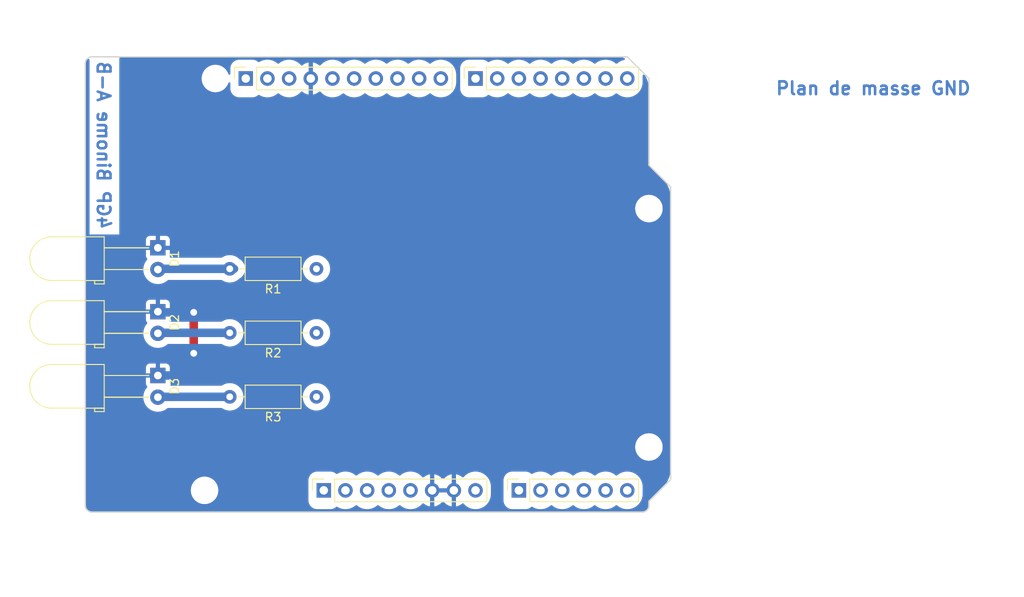
<source format=kicad_pcb>
(kicad_pcb (version 20241229) (generator "pcbnew") (generator_version "9.0")
  (title_block (title "KiCad Shield UNO 4 LED") (date "2024-09-01") (rev "1.0.0") (company "CNRS - Réseau des Electroniciens et Instrumentalistes (RdE)") (comment 1 "Arnauld BIGANZOLI <biganzoli@laplace.univ-tlse.fr>") (comment 2 "Opérateur CAO :") (comment 4 "Réalisation d'une shield 4 LED pour Arduino Uno"))
  (layers (0 "F.Cu" signal) (2 "B.Cu" signal) (13 "F.Paste" user) (15 "B.Paste" user) (5 "F.SilkS" user "F.Silkscreen") (7 "B.SilkS" user "B.Silkscreen") (1 "F.Mask" user) (3 "B.Mask" user) (25 "Edge.Cuts" user))
  (net 0 "")
  (net 1 "GND")
  (net 3 "+5V")
  (net 6 "Net-(D1-A)")
  (net 11 "Net-(D2-A)")
  (net 13 "Net-(D3-A)")
  (net 14 "/D11")
  (net 26 "+3V3")
  (net 27 "VCC")
  (net 31 "/D10")
  (net 32 "/D8")
  (net 33 "/D9")
  (footprint "Connector_PinSocket_2.54mm:PinSocket_1x08_P2.54mm_Vertical" (layer "F.Cu") (at 127.94 97.46 90)
    (property "Reference" "J1" (hide yes))
    (property "Value" "Power")
    (fp_line (start 1.33 -1.33) (end 1.33 0) (stroke (width 0.12)) (layer "F.SilkS"))
    (fp_line (start 0 -1.33) (end 1.33 -1.33) (stroke (width 0.12)) (layer "F.SilkS"))
    (fp_line (start 1.33 1.27) (end 1.33 19.11) (stroke (width 0.12)) (layer "F.SilkS"))
    (fp_line (start -1.33 1.27) (end 1.33 1.27) (stroke (width 0.12)) (layer "F.SilkS"))
    (fp_line (start -1.33 1.27) (end -1.33 19.11) (stroke (width 0.12)) (layer "F.SilkS"))
    (fp_line (start -1.33 19.11) (end 1.33 19.11) (stroke (width 0.12)) (layer "F.SilkS"))
    (pad "1" thru_hole rect (at 0 0 90) (size 1.7 1.7) (drill 1) (layers "*.Cu" "*.Mask"))
    (pad "2" thru_hole oval (at 0 2.54 90) (size 1.7 1.7) (drill 1) (layers "*.Cu" "*.Mask"))
    (pad "3" thru_hole oval (at 0 5.08 90) (size 1.7 1.7) (drill 1) (layers "*.Cu" "*.Mask"))
    (pad "4" thru_hole oval (at 0 7.62 90) (size 1.7 1.7) (drill 1) (layers "*.Cu" "*.Mask") (net 26 "+3V3"))
    (pad "5" thru_hole oval (at 0 10.16 90) (size 1.7 1.7) (drill 1) (layers "*.Cu" "*.Mask") (net 3 "+5V"))
    (pad "6" thru_hole oval (at 0 12.7 90) (size 1.7 1.7) (drill 1) (layers "*.Cu" "*.Mask") (net 1 "GND"))
    (pad "7" thru_hole oval (at 0 15.24 90) (size 1.7 1.7) (drill 1) (layers "*.Cu" "*.Mask") (net 1 "GND"))
    (pad "8" thru_hole oval (at 0 17.78 90) (size 1.7 1.7) (drill 1) (layers "*.Cu" "*.Mask") (net 27 "VCC"))
  )
  (footprint "Connector_PinSocket_2.54mm:PinSocket_1x06_P2.54mm_Vertical" (layer "F.Cu") (at 150.8 97.46 90)
    (property "Reference" "J3" (hide yes))
    (property "Value" "Analog")
    (fp_line (start 1.33 -1.33) (end 1.33 0) (stroke (width 0.12)) (layer "F.SilkS"))
    (fp_line (start 0 -1.33) (end 1.33 -1.33) (stroke (width 0.12)) (layer "F.SilkS"))
    (fp_line (start 1.33 1.27) (end 1.33 14.03) (stroke (width 0.12)) (layer "F.SilkS"))
    (fp_line (start -1.33 1.27) (end 1.33 1.27) (stroke (width 0.12)) (layer "F.SilkS"))
    (fp_line (start -1.33 1.27) (end -1.33 14.03) (stroke (width 0.12)) (layer "F.SilkS"))
    (fp_line (start -1.33 14.03) (end 1.33 14.03) (stroke (width 0.12)) (layer "F.SilkS"))
    (pad "1" thru_hole rect (at 0 0 90) (size 1.7 1.7) (drill 1) (layers "*.Cu" "*.Mask"))
    (pad "2" thru_hole oval (at 0 2.54 90) (size 1.7 1.7) (drill 1) (layers "*.Cu" "*.Mask"))
    (pad "3" thru_hole oval (at 0 5.08 90) (size 1.7 1.7) (drill 1) (layers "*.Cu" "*.Mask"))
    (pad "4" thru_hole oval (at 0 7.62 90) (size 1.7 1.7) (drill 1) (layers "*.Cu" "*.Mask"))
    (pad "5" thru_hole oval (at 0 10.16 90) (size 1.7 1.7) (drill 1) (layers "*.Cu" "*.Mask"))
    (pad "6" thru_hole oval (at 0 12.7 90) (size 1.7 1.7) (drill 1) (layers "*.Cu" "*.Mask"))
  )
  (footprint "Connector_PinSocket_2.54mm:PinSocket_1x10_P2.54mm_Vertical" (layer "F.Cu") (at 118.796 49.2 90)
    (property "Reference" "J2" (hide yes))
    (property "Value" "Digital/PWM")
    (fp_line (start 1.33 -1.33) (end 1.33 0) (stroke (width 0.12)) (layer "F.SilkS"))
    (fp_line (start 0 -1.33) (end 1.33 -1.33) (stroke (width 0.12)) (layer "F.SilkS"))
    (fp_line (start 1.33 1.27) (end 1.33 24.19) (stroke (width 0.12)) (layer "F.SilkS"))
    (fp_line (start -1.33 1.27) (end 1.33 1.27) (stroke (width 0.12)) (layer "F.SilkS"))
    (fp_line (start -1.33 1.27) (end -1.33 24.19) (stroke (width 0.12)) (layer "F.SilkS"))
    (fp_line (start -1.33 24.19) (end 1.33 24.19) (stroke (width 0.12)) (layer "F.SilkS"))
    (pad "1" thru_hole rect (at 0 0 90) (size 1.7 1.7) (drill 1) (layers "*.Cu" "*.Mask"))
    (pad "2" thru_hole oval (at 0 2.54 90) (size 1.7 1.7) (drill 1) (layers "*.Cu" "*.Mask"))
    (pad "3" thru_hole oval (at 0 5.08 90) (size 1.7 1.7) (drill 1) (layers "*.Cu" "*.Mask"))
    (pad "4" thru_hole oval (at 0 7.62 90) (size 1.7 1.7) (drill 1) (layers "*.Cu" "*.Mask") (net 1 "GND"))
    (pad "5" thru_hole oval (at 0 10.16 90) (size 1.7 1.7) (drill 1) (layers "*.Cu" "*.Mask"))
    (pad "6" thru_hole oval (at 0 12.7 90) (size 1.7 1.7) (drill 1) (layers "*.Cu" "*.Mask"))
    (pad "7" thru_hole oval (at 0 15.24 90) (size 1.7 1.7) (drill 1) (layers "*.Cu" "*.Mask") (net 14 "/D11"))
    (pad "8" thru_hole oval (at 0 17.78 90) (size 1.7 1.7) (drill 1) (layers "*.Cu" "*.Mask") (net 31 "/D10"))
    (pad "9" thru_hole oval (at 0 20.32 90) (size 1.7 1.7) (drill 1) (layers "*.Cu" "*.Mask") (net 33 "/D9"))
    (pad "10" thru_hole oval (at 0 22.86 90) (size 1.7 1.7) (drill 1) (layers "*.Cu" "*.Mask") (net 32 "/D8"))
  )
  (footprint "Connector_PinSocket_2.54mm:PinSocket_1x08_P2.54mm_Vertical" (layer "F.Cu") (at 145.72 49.2 90)
    (property "Reference" "J4" (hide yes))
    (property "Value" "Digital/PWM")
    (fp_line (start 1.33 -1.33) (end 1.33 0) (stroke (width 0.12)) (layer "F.SilkS"))
    (fp_line (start 0 -1.33) (end 1.33 -1.33) (stroke (width 0.12)) (layer "F.SilkS"))
    (fp_line (start 1.33 1.27) (end 1.33 19.11) (stroke (width 0.12)) (layer "F.SilkS"))
    (fp_line (start -1.33 1.27) (end 1.33 1.27) (stroke (width 0.12)) (layer "F.SilkS"))
    (fp_line (start -1.33 1.27) (end -1.33 19.11) (stroke (width 0.12)) (layer "F.SilkS"))
    (fp_line (start -1.33 19.11) (end 1.33 19.11) (stroke (width 0.12)) (layer "F.SilkS"))
    (pad "1" thru_hole rect (at 0 0 90) (size 1.7 1.7) (drill 1) (layers "*.Cu" "*.Mask"))
    (pad "2" thru_hole oval (at 0 2.54 90) (size 1.7 1.7) (drill 1) (layers "*.Cu" "*.Mask"))
    (pad "3" thru_hole oval (at 0 5.08 90) (size 1.7 1.7) (drill 1) (layers "*.Cu" "*.Mask"))
    (pad "4" thru_hole oval (at 0 7.62 90) (size 1.7 1.7) (drill 1) (layers "*.Cu" "*.Mask"))
    (pad "5" thru_hole oval (at 0 10.16 90) (size 1.7 1.7) (drill 1) (layers "*.Cu" "*.Mask"))
    (pad "6" thru_hole oval (at 0 12.7 90) (size 1.7 1.7) (drill 1) (layers "*.Cu" "*.Mask"))
    (pad "7" thru_hole oval (at 0 15.24 90) (size 1.7 1.7) (drill 1) (layers "*.Cu" "*.Mask"))
    (pad "8" thru_hole oval (at 0 17.78 90) (size 1.7 1.7) (drill 1) (layers "*.Cu" "*.Mask"))
  )
  (footprint "LED_THT:LED_D5.0mm_Horizontal_O6.35mm_Z3.0mm" (layer "F.Cu") (at 108.5 76.52 -90)
    (property "Reference" "D2" (at 1.27 -1.96 90) (layer "F.SilkS"))
    (property "Value" "MODE")
    (fp_line (start 3.83 7.41) (end 3.83 6.29) (stroke (width 0.12)) (layer "F.SilkS"))
    (fp_line (start 4.23 7.41) (end 3.83 7.41) (stroke (width 0.12)) (layer "F.SilkS"))
    (fp_line (start -1.29 6.29) (end -1.29 12.45) (stroke (width 0.12)) (layer "F.SilkS"))
    (fp_line (start -1.29 6.29) (end 3.83 6.29) (stroke (width 0.12)) (layer "F.SilkS"))
    (fp_line (start 0 6.29) (end 0 6.29) (stroke (width 0.12)) (layer "F.SilkS"))
    (fp_line (start 0 6.29) (end 0 1.08) (stroke (width 0.12)) (layer "F.SilkS"))
    (fp_line (start 2.54 6.29) (end 2.54 6.29) (stroke (width 0.12)) (layer "F.SilkS"))
    (fp_line (start 2.54 6.29) (end 2.54 1.08) (stroke (width 0.12)) (layer "F.SilkS"))
    (fp_line (start 3.83 6.29) (end 3.83 12.45) (stroke (width 0.12)) (layer "F.SilkS"))
    (fp_line (start 3.83 6.29) (end 4.23 6.29) (stroke (width 0.12)) (layer "F.SilkS"))
    (fp_line (start 4.23 6.29) (end 4.23 7.41) (stroke (width 0.12)) (layer "F.SilkS"))
    (fp_line (start 0 1.08) (end 0 6.29) (stroke (width 0.12)) (layer "F.SilkS"))
    (fp_line (start 0 1.08) (end 0 1.08) (stroke (width 0.12)) (layer "F.SilkS"))
    (fp_line (start 2.54 1.08) (end 2.54 6.29) (stroke (width 0.12)) (layer "F.SilkS"))
    (fp_line (start 2.54 1.08) (end 2.54 1.08) (stroke (width 0.12)) (layer "F.SilkS"))
    (fp_arc (start 3.83 12.45) (mid 1.27 15.01) (end -1.29 12.45) (stroke (width 0.12)) (layer "F.SilkS"))
    (pad "1" thru_hole rect (at 0 0 270) (size 1.8 1.8) (drill 0.9) (layers "*.Cu" "*.Mask") (net 1 "GND"))
    (pad "2" thru_hole circle (at 2.54 0 270) (size 1.8 1.8) (drill 0.9) (layers "*.Cu" "*.Mask") (net 11 "Net-(D2-A)"))
  )
  (footprint "Resistor_THT:R_Axial_DIN0207_L6.3mm_D2.5mm_P10.16mm_Horizontal" (layer "F.Cu") (at 127.08 71.5 180)
    (property "Reference" "R1" (at 5.08 -2.37 0) (layer "F.SilkS"))
    (property "Value" "680")
    (fp_line (start 9.12 0) (end 8.35 0) (stroke (width 0.12)) (layer "F.SilkS"))
    (fp_line (start 8.35 1.37) (end 8.35 -1.37) (stroke (width 0.12)) (layer "F.SilkS"))
    (fp_line (start 8.35 -1.37) (end 1.81 -1.37) (stroke (width 0.12)) (layer "F.SilkS"))
    (fp_line (start 1.81 1.37) (end 8.35 1.37) (stroke (width 0.12)) (layer "F.SilkS"))
    (fp_line (start 1.81 -1.37) (end 1.81 1.37) (stroke (width 0.12)) (layer "F.SilkS"))
    (fp_line (start 1.04 0) (end 1.81 0) (stroke (width 0.12)) (layer "F.SilkS"))
    (pad "1" thru_hole circle (at 0 0 180) (size 1.6 1.6) (drill 0.8) (layers "*.Cu" "*.Mask") (net 32 "/D8"))
    (pad "2" thru_hole oval (at 10.16 0 180) (size 1.6 1.6) (drill 0.8) (layers "*.Cu" "*.Mask") (net 6 "Net-(D1-A)"))
  )
  (footprint "LED_THT:LED_D5.0mm_Horizontal_O6.35mm_Z3.0mm" (layer "F.Cu") (at 108.5 84 -90)
    (property "Reference" "D3" (at 1.27 -1.96 90) (layer "F.SilkS"))
    (property "Value" "ERR")
    (fp_line (start 3.83 7.41) (end 3.83 6.29) (stroke (width 0.12)) (layer "F.SilkS"))
    (fp_line (start 4.23 7.41) (end 3.83 7.41) (stroke (width 0.12)) (layer "F.SilkS"))
    (fp_line (start -1.29 6.29) (end -1.29 12.45) (stroke (width 0.12)) (layer "F.SilkS"))
    (fp_line (start -1.29 6.29) (end 3.83 6.29) (stroke (width 0.12)) (layer "F.SilkS"))
    (fp_line (start 0 6.29) (end 0 6.29) (stroke (width 0.12)) (layer "F.SilkS"))
    (fp_line (start 0 6.29) (end 0 1.08) (stroke (width 0.12)) (layer "F.SilkS"))
    (fp_line (start 2.54 6.29) (end 2.54 6.29) (stroke (width 0.12)) (layer "F.SilkS"))
    (fp_line (start 2.54 6.29) (end 2.54 1.08) (stroke (width 0.12)) (layer "F.SilkS"))
    (fp_line (start 3.83 6.29) (end 3.83 12.45) (stroke (width 0.12)) (layer "F.SilkS"))
    (fp_line (start 3.83 6.29) (end 4.23 6.29) (stroke (width 0.12)) (layer "F.SilkS"))
    (fp_line (start 4.23 6.29) (end 4.23 7.41) (stroke (width 0.12)) (layer "F.SilkS"))
    (fp_line (start 0 1.08) (end 0 6.29) (stroke (width 0.12)) (layer "F.SilkS"))
    (fp_line (start 0 1.08) (end 0 1.08) (stroke (width 0.12)) (layer "F.SilkS"))
    (fp_line (start 2.54 1.08) (end 2.54 6.29) (stroke (width 0.12)) (layer "F.SilkS"))
    (fp_line (start 2.54 1.08) (end 2.54 1.08) (stroke (width 0.12)) (layer "F.SilkS"))
    (fp_arc (start 3.83 12.45) (mid 1.27 15.01) (end -1.29 12.45) (stroke (width 0.12)) (layer "F.SilkS"))
    (pad "1" thru_hole rect (at 0 0 270) (size 1.8 1.8) (drill 0.9) (layers "*.Cu" "*.Mask") (net 1 "GND"))
    (pad "2" thru_hole circle (at 2.54 0 270) (size 1.8 1.8) (drill 0.9) (layers "*.Cu" "*.Mask") (net 13 "Net-(D3-A)"))
  )
  (footprint "Resistor_THT:R_Axial_DIN0207_L6.3mm_D2.5mm_P10.16mm_Horizontal" (layer "F.Cu") (at 127.08 86.5 180)
    (property "Reference" "R3" (at 5.08 -2.37 0) (layer "F.SilkS"))
    (property "Value" "680")
    (fp_line (start 9.12 0) (end 8.35 0) (stroke (width 0.12)) (layer "F.SilkS"))
    (fp_line (start 8.35 1.37) (end 8.35 -1.37) (stroke (width 0.12)) (layer "F.SilkS"))
    (fp_line (start 8.35 -1.37) (end 1.81 -1.37) (stroke (width 0.12)) (layer "F.SilkS"))
    (fp_line (start 1.81 1.37) (end 8.35 1.37) (stroke (width 0.12)) (layer "F.SilkS"))
    (fp_line (start 1.81 -1.37) (end 1.81 1.37) (stroke (width 0.12)) (layer "F.SilkS"))
    (fp_line (start 1.04 0) (end 1.81 0) (stroke (width 0.12)) (layer "F.SilkS"))
    (pad "1" thru_hole circle (at 0 0 180) (size 1.6 1.6) (drill 0.8) (layers "*.Cu" "*.Mask") (net 31 "/D10"))
    (pad "2" thru_hole oval (at 10.16 0 180) (size 1.6 1.6) (drill 0.8) (layers "*.Cu" "*.Mask") (net 13 "Net-(D3-A)"))
  )
  (footprint "Arduino_MountingHole:MountingHole_3.2mm" (layer "F.Cu") (at 115.24 49.2)
    (property "Reference" "MH1" (hide yes))
    (property "Value" "MountingHole_3.2mm" (hide yes))
    (pad "" np_thru_hole circle (at 0 0) (size 3.2 3.2) (drill 3.2) (layers "*.Cu" "*.Mask"))
  )
  (footprint "Resistor_THT:R_Axial_DIN0207_L6.3mm_D2.5mm_P10.16mm_Horizontal" (layer "F.Cu") (at 127.08 79 180)
    (property "Reference" "R2" (at 5.08 -2.37 0) (layer "F.SilkS"))
    (property "Value" "680")
    (fp_line (start 9.12 0) (end 8.35 0) (stroke (width 0.12)) (layer "F.SilkS"))
    (fp_line (start 8.35 1.37) (end 8.35 -1.37) (stroke (width 0.12)) (layer "F.SilkS"))
    (fp_line (start 8.35 -1.37) (end 1.81 -1.37) (stroke (width 0.12)) (layer "F.SilkS"))
    (fp_line (start 1.81 1.37) (end 8.35 1.37) (stroke (width 0.12)) (layer "F.SilkS"))
    (fp_line (start 1.81 -1.37) (end 1.81 1.37) (stroke (width 0.12)) (layer "F.SilkS"))
    (fp_line (start 1.04 0) (end 1.81 0) (stroke (width 0.12)) (layer "F.SilkS"))
    (pad "1" thru_hole circle (at 0 0 180) (size 1.6 1.6) (drill 0.8) (layers "*.Cu" "*.Mask") (net 33 "/D9"))
    (pad "2" thru_hole oval (at 10.16 0 180) (size 1.6 1.6) (drill 0.8) (layers "*.Cu" "*.Mask") (net 11 "Net-(D2-A)"))
  )
  (footprint "Arduino_MountingHole:MountingHole_3.2mm" (layer "F.Cu") (at 113.97 97.46)
    (property "Reference" "MH2" (hide yes))
    (property "Value" "MountingHole_3.2mm" (hide yes))
    (pad "" np_thru_hole circle (at 0 0) (size 3.2 3.2) (drill 3.2) (layers "*.Cu" "*.Mask"))
  )
  (footprint "Arduino_MountingHole:MountingHole_3.2mm" (layer "F.Cu") (at 166.04 64.44)
    (property "Reference" "MH3" (hide yes))
    (property "Value" "MountingHole_3.2mm" (hide yes))
    (pad "" np_thru_hole circle (at 0 0) (size 3.2 3.2) (drill 3.2) (layers "*.Cu" "*.Mask"))
  )
  (footprint "Arduino_MountingHole:MountingHole_3.2mm" (layer "F.Cu") (at 166.04 92.38)
    (property "Reference" "MH4" (hide yes))
    (property "Value" "MountingHole_3.2mm" (hide yes))
    (pad "" np_thru_hole circle (at 0 0) (size 3.2 3.2) (drill 3.2) (layers "*.Cu" "*.Mask"))
  )
  (footprint "LED_THT:LED_D5.0mm_Horizontal_O6.35mm_Z3.0mm" (layer "F.Cu") (at 108.5 69.04 -90)
    (property "Reference" "D1" (at 1.27 -1.96 90) (layer "F.SilkS"))
    (property "Value" "STAT")
    (fp_line (start 3.83 7.41) (end 3.83 6.29) (stroke (width 0.12)) (layer "F.SilkS"))
    (fp_line (start 4.23 7.41) (end 3.83 7.41) (stroke (width 0.12)) (layer "F.SilkS"))
    (fp_line (start -1.29 6.29) (end -1.29 12.45) (stroke (width 0.12)) (layer "F.SilkS"))
    (fp_line (start -1.29 6.29) (end 3.83 6.29) (stroke (width 0.12)) (layer "F.SilkS"))
    (fp_line (start 0 6.29) (end 0 6.29) (stroke (width 0.12)) (layer "F.SilkS"))
    (fp_line (start 0 6.29) (end 0 1.08) (stroke (width 0.12)) (layer "F.SilkS"))
    (fp_line (start 2.54 6.29) (end 2.54 6.29) (stroke (width 0.12)) (layer "F.SilkS"))
    (fp_line (start 2.54 6.29) (end 2.54 1.08) (stroke (width 0.12)) (layer "F.SilkS"))
    (fp_line (start 3.83 6.29) (end 3.83 12.45) (stroke (width 0.12)) (layer "F.SilkS"))
    (fp_line (start 3.83 6.29) (end 4.23 6.29) (stroke (width 0.12)) (layer "F.SilkS"))
    (fp_line (start 4.23 6.29) (end 4.23 7.41) (stroke (width 0.12)) (layer "F.SilkS"))
    (fp_line (start 0 1.08) (end 0 6.29) (stroke (width 0.12)) (layer "F.SilkS"))
    (fp_line (start 0 1.08) (end 0 1.08) (stroke (width 0.12)) (layer "F.SilkS"))
    (fp_line (start 2.54 1.08) (end 2.54 6.29) (stroke (width 0.12)) (layer "F.SilkS"))
    (fp_line (start 2.54 1.08) (end 2.54 1.08) (stroke (width 0.12)) (layer "F.SilkS"))
    (fp_arc (start 3.83 12.45) (mid 1.27 15.01) (end -1.29 12.45) (stroke (width 0.12)) (layer "F.SilkS"))
    (pad "1" thru_hole rect (at 0 0 270) (size 1.8 1.8) (drill 0.9) (layers "*.Cu" "*.Mask") (net 1 "GND"))
    (pad "2" thru_hole circle (at 2.54 0 270) (size 1.8 1.8) (drill 0.9) (layers "*.Cu" "*.Mask") (net 6 "Net-(D1-A)"))
  )
  (gr_line (start 166.04 59.36) (end 168.58 61.9) (stroke (width 0.15)) (layer "Edge.Cuts"))
  (gr_line (start 100 99.238) (end 100 47.422) (stroke (width 0.15)) (layer "Edge.Cuts"))
  (gr_line (start 168.58 61.9) (end 168.58 96.19) (stroke (width 0.15)) (layer "Edge.Cuts"))
  (gr_line (start 165.278 100) (end 100.762 100) (stroke (width 0.15)) (layer "Edge.Cuts"))
  (gr_line (start 100.762 46.66) (end 163.5 46.66) (stroke (width 0.15)) (layer "Edge.Cuts"))
  (gr_arc (start 100.762 100) (mid 100.223185 99.776815) (end 100 99.238) (stroke (width 0.15)) (layer "Edge.Cuts"))
  (gr_line (start 168.58 96.19) (end 166.04 98.73) (stroke (width 0.15)) (layer "Edge.Cuts"))
  (gr_line (start 163.5 46.66) (end 166.04 49.2) (stroke (width 0.15)) (layer "Edge.Cuts"))
  (gr_arc (start 166.04 99.238) (mid 165.816815 99.776815) (end 165.278 100) (stroke (width 0.15)) (layer "Edge.Cuts"))
  (gr_line (start 166.04 49.2) (end 166.04 59.36) (stroke (width 0.15)) (layer "Edge.Cuts"))
  (gr_line (start 166.04 98.73) (end 166.04 99.238) (stroke (width 0.15)) (layer "Edge.Cuts"))
  (gr_arc (start 100 47.422) (mid 100.223185 46.883185) (end 100.762 46.66) (stroke (width 0.15)) (layer "Edge.Cuts"))
  (gr_text "Plan de masse GND" (at 180.772 51.232 0) (layer "B.Cu") (effects (font (size 1.5 1.5) (thickness 0.3) (bold yes)) (justify left bottom)))
  (gr_text "4GP Binome A-B" (at 101.25 67 270) (layer "B.Cu") (effects (font (size 1.5 1.5) (thickness 0.3) (bold yes)) (justify left bottom mirror)))
  (segment (start 112.7 81.4) (end 112.7 76.6) (width 1) (layer "F.Cu") (net 1))
  (via (at 112.7 76.6) (size 2.2) (drill 0.8) (layers "F.Cu" "B.Cu") (net 1))
  (via (at 112.7 81.4) (size 2.2) (drill 0.8) (layers "F.Cu" "B.Cu") (net 1))
  (segment (start 108.58 76.6) (end 108.5 76.52) (width 1) (layer "B.Cu") (net 1))
  (segment (start 112.7 83.236) (end 112.7 81.4) (width 1) (layer "B.Cu") (net 1))
  (segment (start 111.936 84) (end 112.7 83.236) (width 1) (layer "B.Cu") (net 1))
  (segment (start 112.7 76.6) (end 108.58 76.6) (width 1) (layer "B.Cu") (net 1))
  (segment (start 108.5 84) (end 111.936 84) (width 1) (layer "B.Cu") (net 1))
  (segment (start 117.42 71.5) (end 108.58 71.5) (width 1) (layer "B.Cu") (net 6))
  (segment (start 108.58 71.5) (end 108.5 71.58) (width 1) (layer "B.Cu") (net 6))
  (segment (start 116.92 79) (end 108.56 79) (width 1) (layer "B.Cu") (net 11))
  (segment (start 108.56 79) (end 108.5 79.06) (width 1) (layer "B.Cu") (net 11))
  (segment (start 116.92 86.5) (end 108.54 86.5) (width 1) (layer "B.Cu") (net 13))
  (segment (start 108.54 86.5) (end 108.5 86.54) (width 1) (layer "B.Cu") (net 13))
  (zone (net 1) (net_name "GND") (layer "B.Cu") (connect_pads (clearance 0.508)) (min_thickness 0.25) (fill yes (thermal_gap 0.5) (thermal_bridge_width 0.5) (smoothing fillet) (radius 3))
    (polygon (pts (xy 90 40) (xy 210 40) (xy 210 60) (xy 175 60) (xy 175 110) (xy 90 110)))
  )
)
</source>
